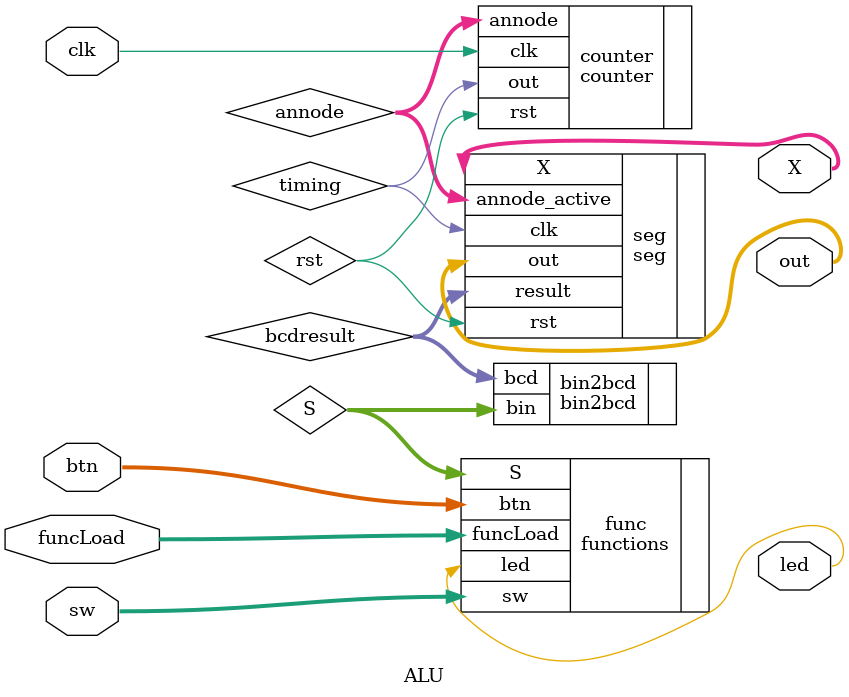
<source format=v>
`timescale 1ns / 1ps


module ALU(
    input [7:0] sw,
    input [2:0] funcLoad,
    input [1:0] btn,
    input clk,
    
    output [6:0] out,
    output [3:0] X,
    output led
    );
    
    //counter
    wire timing;
    wire [1:0] annode;
    //bin2bcd
    wire [16:0] bcdresult;
    
    counter counter(
        .clk(clk),
        .rst(rst),
        .out(timing),
        .annode(annode)
        );
        
    wire [15:0] S;
    
    functions func(
        .sw(sw),
        .btn(btn),
        .funcLoad(funcLoad),
        .S(S),
        .led(led)
    );
        bin2bcd bin2bcd(
        .bin(S),
        .bcd(bcdresult)
        );
        
        seg seg(
        .clk(timing),
        .rst(rst),
        .result(bcdresult),
        .out(out),
        .X(X),
        .annode_active(annode)
        );
    
    
endmodule

</source>
